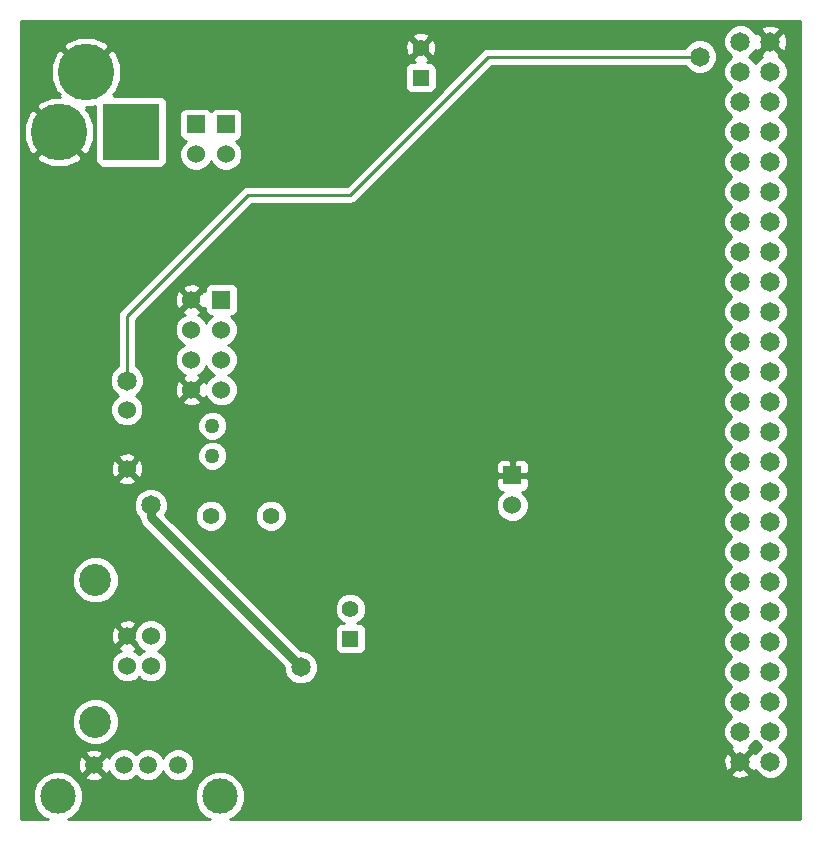
<source format=gbl>
G04 (created by PCBNEW-RS274X (2011-03-30 BZR 2932)-stable) date 30/04/2011 07:18:35 p.m.*
G01*
G70*
G90*
%MOIN*%
G04 Gerber Fmt 3.4, Leading zero omitted, Abs format*
%FSLAX34Y34*%
G04 APERTURE LIST*
%ADD10C,0.006000*%
%ADD11R,0.055000X0.055000*%
%ADD12C,0.055000*%
%ADD13R,0.060000X0.060000*%
%ADD14C,0.060000*%
%ADD15C,0.065000*%
%ADD16C,0.050000*%
%ADD17C,0.056000*%
%ADD18C,0.059100*%
%ADD19C,0.118100*%
%ADD20C,0.106300*%
%ADD21C,0.189000*%
%ADD22R,0.189000X0.189000*%
%ADD23C,0.030000*%
%ADD24C,0.010000*%
G04 APERTURE END LIST*
G54D10*
G54D11*
X22850Y-10950D03*
G54D12*
X22850Y-09950D03*
G54D11*
X20500Y-29650D03*
G54D12*
X20500Y-28650D03*
G54D13*
X16200Y-18350D03*
G54D14*
X15200Y-18350D03*
X16200Y-19350D03*
X15200Y-19350D03*
X16200Y-20350D03*
X15200Y-20350D03*
X16200Y-21350D03*
X15200Y-21350D03*
G54D15*
X33500Y-21750D03*
X34500Y-21750D03*
X33500Y-20750D03*
X34500Y-20750D03*
X33500Y-19750D03*
X34500Y-19750D03*
X34500Y-16750D03*
X33500Y-16750D03*
X34500Y-17750D03*
X33500Y-17750D03*
X34500Y-18750D03*
X33500Y-18750D03*
X33500Y-12750D03*
X34500Y-12750D03*
X33500Y-11750D03*
X34500Y-11750D03*
X34500Y-13750D03*
X33500Y-13750D03*
X34500Y-14750D03*
X33500Y-14750D03*
X34500Y-15750D03*
X33500Y-15750D03*
X33500Y-27750D03*
X34500Y-27750D03*
X33500Y-26750D03*
X34500Y-26750D03*
X33500Y-25750D03*
X34500Y-25750D03*
X34500Y-22750D03*
X33500Y-22750D03*
X34500Y-23750D03*
X33500Y-23750D03*
X34500Y-24750D03*
X33500Y-24750D03*
X33500Y-30750D03*
X34500Y-30750D03*
X33500Y-29750D03*
X34500Y-29750D03*
X33500Y-28750D03*
X34500Y-28750D03*
X34500Y-09750D03*
X33500Y-09750D03*
X34500Y-10750D03*
X33500Y-10750D03*
X34500Y-31750D03*
X33500Y-31750D03*
X34500Y-32750D03*
X33500Y-32750D03*
X34500Y-33750D03*
X33500Y-33750D03*
G54D16*
X15900Y-22550D03*
X15900Y-23550D03*
G54D14*
X13050Y-22016D03*
X13050Y-23984D03*
G54D17*
X17850Y-25550D03*
X15850Y-25550D03*
G54D13*
X16350Y-12500D03*
G54D14*
X16350Y-13500D03*
G54D13*
X15350Y-12500D03*
G54D14*
X15350Y-13500D03*
G54D18*
X11950Y-33850D03*
X12950Y-33850D03*
X13750Y-33850D03*
X14750Y-33850D03*
G54D19*
X10750Y-34900D03*
X16150Y-34900D03*
G54D14*
X13850Y-29550D03*
X13850Y-30550D03*
X13063Y-30550D03*
X13063Y-29550D03*
G54D20*
X12000Y-27688D03*
X12000Y-32412D03*
G54D13*
X25900Y-24200D03*
G54D14*
X25900Y-25200D03*
G54D21*
X10800Y-12750D03*
G54D22*
X13200Y-12750D03*
G54D21*
X11700Y-10750D03*
G54D15*
X18850Y-30600D03*
X13850Y-25200D03*
X13050Y-21050D03*
X32150Y-10250D03*
X19550Y-17150D03*
X22900Y-17150D03*
X26950Y-25050D03*
X17650Y-17200D03*
X22950Y-27100D03*
G54D23*
X13850Y-25600D02*
X13850Y-25200D01*
X13850Y-25600D02*
X18850Y-30600D01*
G54D24*
X17100Y-14850D02*
X20500Y-14850D01*
X13050Y-18900D02*
X17100Y-14850D01*
X13050Y-21050D02*
X13050Y-18900D01*
X20500Y-14850D02*
X25100Y-10250D01*
X25100Y-10250D02*
X32150Y-10250D01*
X26950Y-25050D02*
X26950Y-21200D01*
X26950Y-21200D02*
X22900Y-17150D01*
X19550Y-17150D02*
X22900Y-17150D01*
X24900Y-27100D02*
X22950Y-27100D01*
X26950Y-25050D02*
X24900Y-27100D01*
X17650Y-17200D02*
X17700Y-17150D01*
X17700Y-17150D02*
X19550Y-17150D01*
G54D10*
G36*
X35475Y-35675D02*
X35075Y-35675D01*
X35075Y-33865D01*
X35075Y-33636D01*
X34988Y-33425D01*
X34826Y-33263D01*
X34795Y-33250D01*
X34825Y-33238D01*
X34987Y-33076D01*
X35075Y-32865D01*
X35075Y-32636D01*
X34988Y-32425D01*
X34826Y-32263D01*
X34795Y-32250D01*
X34825Y-32238D01*
X34987Y-32076D01*
X35075Y-31865D01*
X35075Y-31636D01*
X34988Y-31425D01*
X34826Y-31263D01*
X34795Y-31250D01*
X34825Y-31238D01*
X34987Y-31076D01*
X35075Y-30865D01*
X35075Y-30636D01*
X34988Y-30425D01*
X34826Y-30263D01*
X34795Y-30250D01*
X34825Y-30238D01*
X34987Y-30076D01*
X35075Y-29865D01*
X35075Y-29636D01*
X34988Y-29425D01*
X34826Y-29263D01*
X34795Y-29250D01*
X34825Y-29238D01*
X34987Y-29076D01*
X35075Y-28865D01*
X35075Y-28636D01*
X34988Y-28425D01*
X34826Y-28263D01*
X34795Y-28250D01*
X34825Y-28238D01*
X34987Y-28076D01*
X35075Y-27865D01*
X35075Y-27636D01*
X34988Y-27425D01*
X34826Y-27263D01*
X34795Y-27250D01*
X34825Y-27238D01*
X34987Y-27076D01*
X35075Y-26865D01*
X35075Y-26636D01*
X34988Y-26425D01*
X34826Y-26263D01*
X34795Y-26250D01*
X34825Y-26238D01*
X34987Y-26076D01*
X35075Y-25865D01*
X35075Y-25636D01*
X34988Y-25425D01*
X34826Y-25263D01*
X34795Y-25250D01*
X34825Y-25238D01*
X34987Y-25076D01*
X35075Y-24865D01*
X35075Y-24636D01*
X34988Y-24425D01*
X34826Y-24263D01*
X34795Y-24250D01*
X34825Y-24238D01*
X34987Y-24076D01*
X35075Y-23865D01*
X35075Y-23636D01*
X34988Y-23425D01*
X34826Y-23263D01*
X34795Y-23250D01*
X34825Y-23238D01*
X34987Y-23076D01*
X35075Y-22865D01*
X35075Y-22636D01*
X34988Y-22425D01*
X34826Y-22263D01*
X34795Y-22250D01*
X34825Y-22238D01*
X34987Y-22076D01*
X35075Y-21865D01*
X35075Y-21636D01*
X34988Y-21425D01*
X34826Y-21263D01*
X34795Y-21250D01*
X34825Y-21238D01*
X34987Y-21076D01*
X35075Y-20865D01*
X35075Y-20636D01*
X34988Y-20425D01*
X34826Y-20263D01*
X34795Y-20250D01*
X34825Y-20238D01*
X34987Y-20076D01*
X35075Y-19865D01*
X35075Y-19636D01*
X34988Y-19425D01*
X34826Y-19263D01*
X34795Y-19250D01*
X34825Y-19238D01*
X34987Y-19076D01*
X35075Y-18865D01*
X35075Y-18636D01*
X34988Y-18425D01*
X34826Y-18263D01*
X34795Y-18250D01*
X34825Y-18238D01*
X34987Y-18076D01*
X35075Y-17865D01*
X35075Y-17636D01*
X34988Y-17425D01*
X34826Y-17263D01*
X34795Y-17250D01*
X34825Y-17238D01*
X34987Y-17076D01*
X35075Y-16865D01*
X35075Y-16636D01*
X34988Y-16425D01*
X34826Y-16263D01*
X34795Y-16250D01*
X34825Y-16238D01*
X34987Y-16076D01*
X35075Y-15865D01*
X35075Y-15636D01*
X34988Y-15425D01*
X34826Y-15263D01*
X34795Y-15250D01*
X34825Y-15238D01*
X34987Y-15076D01*
X35075Y-14865D01*
X35075Y-14636D01*
X34988Y-14425D01*
X34826Y-14263D01*
X34795Y-14250D01*
X34825Y-14238D01*
X34987Y-14076D01*
X35075Y-13865D01*
X35075Y-13636D01*
X34988Y-13425D01*
X34826Y-13263D01*
X34795Y-13250D01*
X34825Y-13238D01*
X34987Y-13076D01*
X35075Y-12865D01*
X35075Y-12636D01*
X34988Y-12425D01*
X34826Y-12263D01*
X34795Y-12250D01*
X34825Y-12238D01*
X34987Y-12076D01*
X35075Y-11865D01*
X35075Y-11636D01*
X34988Y-11425D01*
X34826Y-11263D01*
X34795Y-11250D01*
X34825Y-11238D01*
X34987Y-11076D01*
X35075Y-10865D01*
X35075Y-10636D01*
X35068Y-10619D01*
X35068Y-09834D01*
X35056Y-09611D01*
X34992Y-09454D01*
X34896Y-09425D01*
X34825Y-09496D01*
X34825Y-09354D01*
X34796Y-09258D01*
X34584Y-09182D01*
X34361Y-09194D01*
X34204Y-09258D01*
X34175Y-09354D01*
X34500Y-09679D01*
X34825Y-09354D01*
X34825Y-09496D01*
X34571Y-09750D01*
X34896Y-10075D01*
X34992Y-10046D01*
X35068Y-09834D01*
X35068Y-10619D01*
X34988Y-10425D01*
X34826Y-10263D01*
X34785Y-10246D01*
X34796Y-10242D01*
X34825Y-10146D01*
X34500Y-09821D01*
X34175Y-10146D01*
X34204Y-10242D01*
X34214Y-10245D01*
X34175Y-10262D01*
X34013Y-10424D01*
X34000Y-10454D01*
X33988Y-10425D01*
X33826Y-10263D01*
X33795Y-10250D01*
X33825Y-10238D01*
X33987Y-10076D01*
X34003Y-10035D01*
X34008Y-10046D01*
X34104Y-10075D01*
X34429Y-09750D01*
X34104Y-09425D01*
X34008Y-09454D01*
X34004Y-09464D01*
X33988Y-09425D01*
X33826Y-09263D01*
X33615Y-09175D01*
X33386Y-09175D01*
X33175Y-09262D01*
X33013Y-09424D01*
X32925Y-09635D01*
X32925Y-09864D01*
X33012Y-10075D01*
X33174Y-10237D01*
X33204Y-10249D01*
X33175Y-10262D01*
X33013Y-10424D01*
X32925Y-10635D01*
X32925Y-10864D01*
X33012Y-11075D01*
X33174Y-11237D01*
X33204Y-11249D01*
X33175Y-11262D01*
X33013Y-11424D01*
X32925Y-11635D01*
X32925Y-11864D01*
X33012Y-12075D01*
X33174Y-12237D01*
X33204Y-12249D01*
X33175Y-12262D01*
X33013Y-12424D01*
X32925Y-12635D01*
X32925Y-12864D01*
X33012Y-13075D01*
X33174Y-13237D01*
X33204Y-13249D01*
X33175Y-13262D01*
X33013Y-13424D01*
X32925Y-13635D01*
X32925Y-13864D01*
X33012Y-14075D01*
X33174Y-14237D01*
X33204Y-14249D01*
X33175Y-14262D01*
X33013Y-14424D01*
X32925Y-14635D01*
X32925Y-14864D01*
X33012Y-15075D01*
X33174Y-15237D01*
X33204Y-15249D01*
X33175Y-15262D01*
X33013Y-15424D01*
X32925Y-15635D01*
X32925Y-15864D01*
X33012Y-16075D01*
X33174Y-16237D01*
X33204Y-16249D01*
X33175Y-16262D01*
X33013Y-16424D01*
X32925Y-16635D01*
X32925Y-16864D01*
X33012Y-17075D01*
X33174Y-17237D01*
X33204Y-17249D01*
X33175Y-17262D01*
X33013Y-17424D01*
X32925Y-17635D01*
X32925Y-17864D01*
X33012Y-18075D01*
X33174Y-18237D01*
X33204Y-18249D01*
X33175Y-18262D01*
X33013Y-18424D01*
X32925Y-18635D01*
X32925Y-18864D01*
X33012Y-19075D01*
X33174Y-19237D01*
X33204Y-19249D01*
X33175Y-19262D01*
X33013Y-19424D01*
X32925Y-19635D01*
X32925Y-19864D01*
X33012Y-20075D01*
X33174Y-20237D01*
X33204Y-20249D01*
X33175Y-20262D01*
X33013Y-20424D01*
X32925Y-20635D01*
X32925Y-20864D01*
X33012Y-21075D01*
X33174Y-21237D01*
X33204Y-21249D01*
X33175Y-21262D01*
X33013Y-21424D01*
X32925Y-21635D01*
X32925Y-21864D01*
X33012Y-22075D01*
X33174Y-22237D01*
X33204Y-22249D01*
X33175Y-22262D01*
X33013Y-22424D01*
X32925Y-22635D01*
X32925Y-22864D01*
X33012Y-23075D01*
X33174Y-23237D01*
X33204Y-23249D01*
X33175Y-23262D01*
X33013Y-23424D01*
X32925Y-23635D01*
X32925Y-23864D01*
X33012Y-24075D01*
X33174Y-24237D01*
X33204Y-24249D01*
X33175Y-24262D01*
X33013Y-24424D01*
X32925Y-24635D01*
X32925Y-24864D01*
X33012Y-25075D01*
X33174Y-25237D01*
X33204Y-25249D01*
X33175Y-25262D01*
X33013Y-25424D01*
X32925Y-25635D01*
X32925Y-25864D01*
X33012Y-26075D01*
X33174Y-26237D01*
X33204Y-26249D01*
X33175Y-26262D01*
X33013Y-26424D01*
X32925Y-26635D01*
X32925Y-26864D01*
X33012Y-27075D01*
X33174Y-27237D01*
X33204Y-27249D01*
X33175Y-27262D01*
X33013Y-27424D01*
X32925Y-27635D01*
X32925Y-27864D01*
X33012Y-28075D01*
X33174Y-28237D01*
X33204Y-28249D01*
X33175Y-28262D01*
X33013Y-28424D01*
X32925Y-28635D01*
X32925Y-28864D01*
X33012Y-29075D01*
X33174Y-29237D01*
X33204Y-29249D01*
X33175Y-29262D01*
X33013Y-29424D01*
X32925Y-29635D01*
X32925Y-29864D01*
X33012Y-30075D01*
X33174Y-30237D01*
X33204Y-30249D01*
X33175Y-30262D01*
X33013Y-30424D01*
X32925Y-30635D01*
X32925Y-30864D01*
X33012Y-31075D01*
X33174Y-31237D01*
X33204Y-31249D01*
X33175Y-31262D01*
X33013Y-31424D01*
X32925Y-31635D01*
X32925Y-31864D01*
X33012Y-32075D01*
X33174Y-32237D01*
X33204Y-32249D01*
X33175Y-32262D01*
X33013Y-32424D01*
X32925Y-32635D01*
X32925Y-32864D01*
X33012Y-33075D01*
X33174Y-33237D01*
X33214Y-33253D01*
X33204Y-33258D01*
X33175Y-33354D01*
X33500Y-33679D01*
X33825Y-33354D01*
X33796Y-33258D01*
X33785Y-33254D01*
X33825Y-33238D01*
X33987Y-33076D01*
X33999Y-33045D01*
X34012Y-33075D01*
X34174Y-33237D01*
X34204Y-33249D01*
X34175Y-33262D01*
X34013Y-33424D01*
X33996Y-33464D01*
X33992Y-33454D01*
X33896Y-33425D01*
X33571Y-33750D01*
X33896Y-34075D01*
X33992Y-34046D01*
X33995Y-34035D01*
X34012Y-34075D01*
X34174Y-34237D01*
X34385Y-34325D01*
X34614Y-34325D01*
X34825Y-34238D01*
X34987Y-34076D01*
X35075Y-33865D01*
X35075Y-35675D01*
X33825Y-35675D01*
X33825Y-34146D01*
X33500Y-33821D01*
X33429Y-33892D01*
X33429Y-33750D01*
X33104Y-33425D01*
X33008Y-33454D01*
X32932Y-33666D01*
X32944Y-33889D01*
X33008Y-34046D01*
X33104Y-34075D01*
X33429Y-33750D01*
X33429Y-33892D01*
X33175Y-34146D01*
X33204Y-34242D01*
X33416Y-34318D01*
X33639Y-34306D01*
X33796Y-34242D01*
X33825Y-34146D01*
X33825Y-35675D01*
X32725Y-35675D01*
X32725Y-10365D01*
X32725Y-10136D01*
X32638Y-09925D01*
X32476Y-09763D01*
X32265Y-09675D01*
X32036Y-09675D01*
X31825Y-09762D01*
X31663Y-09924D01*
X31652Y-09950D01*
X25100Y-09950D01*
X24985Y-09973D01*
X24888Y-10038D01*
X23374Y-11552D01*
X23374Y-11275D01*
X23374Y-11176D01*
X23374Y-10626D01*
X23369Y-10613D01*
X23369Y-10024D01*
X23358Y-09820D01*
X23302Y-09683D01*
X23211Y-09660D01*
X23140Y-09731D01*
X23140Y-09589D01*
X23117Y-09498D01*
X22924Y-09431D01*
X22720Y-09442D01*
X22583Y-09498D01*
X22560Y-09589D01*
X22850Y-09879D01*
X23140Y-09589D01*
X23140Y-09731D01*
X22921Y-09950D01*
X23211Y-10240D01*
X23302Y-10217D01*
X23369Y-10024D01*
X23369Y-10613D01*
X23336Y-10534D01*
X23266Y-10464D01*
X23175Y-10426D01*
X23076Y-10426D01*
X23058Y-10426D01*
X23117Y-10402D01*
X23140Y-10311D01*
X22850Y-10021D01*
X22779Y-10092D01*
X22779Y-09950D01*
X22489Y-09660D01*
X22398Y-09683D01*
X22331Y-09876D01*
X22342Y-10080D01*
X22398Y-10217D01*
X22489Y-10240D01*
X22779Y-09950D01*
X22779Y-10092D01*
X22560Y-10311D01*
X22583Y-10402D01*
X22652Y-10426D01*
X22526Y-10426D01*
X22434Y-10464D01*
X22364Y-10534D01*
X22326Y-10625D01*
X22326Y-10724D01*
X22326Y-11274D01*
X22364Y-11366D01*
X22434Y-11436D01*
X22525Y-11474D01*
X22624Y-11474D01*
X23174Y-11474D01*
X23266Y-11436D01*
X23336Y-11366D01*
X23374Y-11275D01*
X23374Y-11552D01*
X20376Y-14550D01*
X17100Y-14550D01*
X16985Y-14573D01*
X16899Y-14630D01*
X16899Y-13609D01*
X16899Y-13391D01*
X16815Y-13189D01*
X16675Y-13049D01*
X16699Y-13049D01*
X16791Y-13011D01*
X16861Y-12941D01*
X16899Y-12850D01*
X16899Y-12751D01*
X16899Y-12151D01*
X16861Y-12059D01*
X16791Y-11989D01*
X16700Y-11951D01*
X16601Y-11951D01*
X16001Y-11951D01*
X15909Y-11989D01*
X15850Y-12048D01*
X15791Y-11989D01*
X15700Y-11951D01*
X15601Y-11951D01*
X15001Y-11951D01*
X14909Y-11989D01*
X14839Y-12059D01*
X14801Y-12150D01*
X14801Y-12249D01*
X14801Y-12849D01*
X14839Y-12941D01*
X14909Y-13011D01*
X15000Y-13049D01*
X15025Y-13049D01*
X14885Y-13189D01*
X14801Y-13391D01*
X14801Y-13609D01*
X14885Y-13811D01*
X15039Y-13965D01*
X15241Y-14049D01*
X15459Y-14049D01*
X15661Y-13965D01*
X15815Y-13811D01*
X15850Y-13726D01*
X15885Y-13811D01*
X16039Y-13965D01*
X16241Y-14049D01*
X16459Y-14049D01*
X16661Y-13965D01*
X16815Y-13811D01*
X16899Y-13609D01*
X16899Y-14630D01*
X16887Y-14638D01*
X14394Y-17131D01*
X14394Y-13745D01*
X14394Y-13646D01*
X14394Y-11756D01*
X14356Y-11664D01*
X14286Y-11594D01*
X14195Y-11556D01*
X14096Y-11556D01*
X12872Y-11556D01*
X12615Y-11556D01*
X12631Y-11540D01*
X12577Y-11486D01*
X12694Y-11410D01*
X12872Y-10980D01*
X12871Y-10514D01*
X12694Y-10090D01*
X12535Y-09986D01*
X12464Y-10057D01*
X12464Y-09915D01*
X12360Y-09756D01*
X11930Y-09578D01*
X11464Y-09579D01*
X11040Y-09756D01*
X10936Y-09915D01*
X11700Y-10679D01*
X12464Y-09915D01*
X12464Y-10057D01*
X11806Y-10715D01*
X11771Y-10750D01*
X11700Y-10821D01*
X11629Y-10750D01*
X11594Y-10715D01*
X10865Y-09986D01*
X10706Y-10090D01*
X10528Y-10520D01*
X10529Y-10986D01*
X10706Y-11410D01*
X10822Y-11486D01*
X10769Y-11540D01*
X10807Y-11578D01*
X10564Y-11579D01*
X10140Y-11756D01*
X10036Y-11915D01*
X10765Y-12644D01*
X10800Y-12679D01*
X10871Y-12750D01*
X10906Y-12785D01*
X11635Y-13514D01*
X11794Y-13410D01*
X11972Y-12980D01*
X11971Y-12514D01*
X11794Y-12090D01*
X11677Y-12013D01*
X11731Y-11960D01*
X11692Y-11921D01*
X11936Y-11921D01*
X12006Y-11891D01*
X12006Y-13744D01*
X12044Y-13836D01*
X12114Y-13906D01*
X12205Y-13944D01*
X12304Y-13944D01*
X14194Y-13944D01*
X14286Y-13906D01*
X14356Y-13836D01*
X14394Y-13745D01*
X14394Y-17131D01*
X12838Y-18688D01*
X12773Y-18785D01*
X12750Y-18900D01*
X12750Y-20551D01*
X12725Y-20562D01*
X12563Y-20724D01*
X12475Y-20935D01*
X12475Y-21164D01*
X12562Y-21375D01*
X12724Y-21537D01*
X12748Y-21547D01*
X12739Y-21551D01*
X12585Y-21705D01*
X12501Y-21907D01*
X12501Y-22125D01*
X12585Y-22327D01*
X12739Y-22481D01*
X12941Y-22565D01*
X13159Y-22565D01*
X13361Y-22481D01*
X13515Y-22327D01*
X13599Y-22125D01*
X13599Y-21907D01*
X13515Y-21705D01*
X13361Y-21551D01*
X13352Y-21547D01*
X13375Y-21538D01*
X13537Y-21376D01*
X13625Y-21165D01*
X13625Y-20936D01*
X13538Y-20725D01*
X13376Y-20563D01*
X13350Y-20552D01*
X13350Y-19024D01*
X17224Y-15150D01*
X20500Y-15150D01*
X20615Y-15127D01*
X20712Y-15062D01*
X25224Y-10550D01*
X31651Y-10550D01*
X31662Y-10575D01*
X31824Y-10737D01*
X32035Y-10825D01*
X32264Y-10825D01*
X32475Y-10738D01*
X32637Y-10576D01*
X32725Y-10365D01*
X32725Y-35675D01*
X26450Y-35675D01*
X26450Y-24312D01*
X26450Y-24088D01*
X26449Y-23851D01*
X26411Y-23759D01*
X26341Y-23689D01*
X26250Y-23651D01*
X26151Y-23651D01*
X26012Y-23650D01*
X25950Y-23712D01*
X25950Y-24150D01*
X26388Y-24150D01*
X26450Y-24088D01*
X26450Y-24312D01*
X26388Y-24250D01*
X26000Y-24250D01*
X25950Y-24250D01*
X25850Y-24250D01*
X25850Y-24150D01*
X25850Y-23712D01*
X25788Y-23650D01*
X25649Y-23651D01*
X25550Y-23651D01*
X25459Y-23689D01*
X25389Y-23759D01*
X25351Y-23851D01*
X25350Y-24088D01*
X25412Y-24150D01*
X25850Y-24150D01*
X25850Y-24250D01*
X25800Y-24250D01*
X25412Y-24250D01*
X25350Y-24312D01*
X25351Y-24549D01*
X25389Y-24641D01*
X25459Y-24711D01*
X25550Y-24749D01*
X25575Y-24749D01*
X25435Y-24889D01*
X25351Y-25091D01*
X25351Y-25309D01*
X25435Y-25511D01*
X25589Y-25665D01*
X25791Y-25749D01*
X26009Y-25749D01*
X26211Y-25665D01*
X26365Y-25511D01*
X26449Y-25309D01*
X26449Y-25091D01*
X26365Y-24889D01*
X26225Y-24749D01*
X26250Y-24749D01*
X26341Y-24711D01*
X26411Y-24641D01*
X26449Y-24549D01*
X26450Y-24312D01*
X26450Y-35675D01*
X21025Y-35675D01*
X21025Y-28755D01*
X21025Y-28546D01*
X20945Y-28353D01*
X20798Y-28205D01*
X20605Y-28125D01*
X20396Y-28125D01*
X20203Y-28205D01*
X20055Y-28352D01*
X19975Y-28545D01*
X19975Y-28754D01*
X20055Y-28947D01*
X20202Y-29095D01*
X20276Y-29126D01*
X20176Y-29126D01*
X20084Y-29164D01*
X20014Y-29234D01*
X19976Y-29325D01*
X19976Y-29424D01*
X19976Y-29974D01*
X20014Y-30066D01*
X20084Y-30136D01*
X20175Y-30174D01*
X20274Y-30174D01*
X20824Y-30174D01*
X20916Y-30136D01*
X20986Y-30066D01*
X21024Y-29975D01*
X21024Y-29876D01*
X21024Y-29326D01*
X20986Y-29234D01*
X20916Y-29164D01*
X20825Y-29126D01*
X20726Y-29126D01*
X20722Y-29126D01*
X20797Y-29095D01*
X20945Y-28948D01*
X21025Y-28755D01*
X21025Y-35675D01*
X19425Y-35675D01*
X19425Y-30715D01*
X19425Y-30486D01*
X19338Y-30275D01*
X19176Y-30113D01*
X18965Y-30025D01*
X18841Y-30025D01*
X18380Y-29564D01*
X18380Y-25656D01*
X18380Y-25445D01*
X18299Y-25250D01*
X18151Y-25101D01*
X17956Y-25020D01*
X17745Y-25020D01*
X17550Y-25101D01*
X17401Y-25249D01*
X17320Y-25444D01*
X17320Y-25655D01*
X17401Y-25850D01*
X17549Y-25999D01*
X17744Y-26080D01*
X17955Y-26080D01*
X18150Y-25999D01*
X18299Y-25851D01*
X18380Y-25656D01*
X18380Y-29564D01*
X16749Y-27933D01*
X16749Y-21459D01*
X16749Y-21241D01*
X16665Y-21039D01*
X16511Y-20885D01*
X16426Y-20850D01*
X16511Y-20815D01*
X16665Y-20661D01*
X16749Y-20459D01*
X16749Y-20241D01*
X16665Y-20039D01*
X16511Y-19885D01*
X16426Y-19850D01*
X16511Y-19815D01*
X16665Y-19661D01*
X16749Y-19459D01*
X16749Y-19241D01*
X16665Y-19039D01*
X16525Y-18899D01*
X16549Y-18899D01*
X16641Y-18861D01*
X16711Y-18791D01*
X16749Y-18700D01*
X16749Y-18601D01*
X16749Y-18001D01*
X16711Y-17909D01*
X16641Y-17839D01*
X16550Y-17801D01*
X16451Y-17801D01*
X15851Y-17801D01*
X15759Y-17839D01*
X15689Y-17909D01*
X15651Y-18000D01*
X15651Y-18062D01*
X15578Y-18042D01*
X15508Y-18112D01*
X15508Y-17972D01*
X15481Y-17878D01*
X15279Y-17807D01*
X15066Y-17818D01*
X14919Y-17878D01*
X14892Y-17972D01*
X15200Y-18279D01*
X15508Y-17972D01*
X15508Y-18112D01*
X15271Y-18350D01*
X15578Y-18658D01*
X15651Y-18637D01*
X15651Y-18699D01*
X15689Y-18791D01*
X15759Y-18861D01*
X15850Y-18899D01*
X15875Y-18899D01*
X15735Y-19039D01*
X15700Y-19123D01*
X15665Y-19039D01*
X15511Y-18885D01*
X15419Y-18847D01*
X15481Y-18822D01*
X15508Y-18728D01*
X15200Y-18421D01*
X15129Y-18491D01*
X15129Y-18350D01*
X14822Y-18042D01*
X14728Y-18069D01*
X14657Y-18271D01*
X14668Y-18484D01*
X14728Y-18631D01*
X14822Y-18658D01*
X15129Y-18350D01*
X15129Y-18491D01*
X14892Y-18728D01*
X14919Y-18822D01*
X14984Y-18845D01*
X14889Y-18885D01*
X14735Y-19039D01*
X14651Y-19241D01*
X14651Y-19459D01*
X14735Y-19661D01*
X14889Y-19815D01*
X14973Y-19850D01*
X14889Y-19885D01*
X14735Y-20039D01*
X14651Y-20241D01*
X14651Y-20459D01*
X14735Y-20661D01*
X14889Y-20815D01*
X14980Y-20852D01*
X14919Y-20878D01*
X14892Y-20972D01*
X15200Y-21279D01*
X15508Y-20972D01*
X15481Y-20878D01*
X15415Y-20854D01*
X15511Y-20815D01*
X15665Y-20661D01*
X15700Y-20576D01*
X15735Y-20661D01*
X15889Y-20815D01*
X15973Y-20850D01*
X15889Y-20885D01*
X15735Y-21039D01*
X15697Y-21130D01*
X15672Y-21069D01*
X15578Y-21042D01*
X15271Y-21350D01*
X15578Y-21658D01*
X15672Y-21631D01*
X15695Y-21565D01*
X15735Y-21661D01*
X15889Y-21815D01*
X16091Y-21899D01*
X16309Y-21899D01*
X16511Y-21815D01*
X16665Y-21661D01*
X16749Y-21459D01*
X16749Y-27933D01*
X16399Y-27583D01*
X16399Y-23649D01*
X16399Y-23451D01*
X16399Y-22649D01*
X16399Y-22451D01*
X16323Y-22268D01*
X16183Y-22127D01*
X15999Y-22051D01*
X15801Y-22051D01*
X15618Y-22127D01*
X15508Y-22236D01*
X15508Y-21728D01*
X15200Y-21421D01*
X15129Y-21491D01*
X15129Y-21350D01*
X14822Y-21042D01*
X14728Y-21069D01*
X14657Y-21271D01*
X14668Y-21484D01*
X14728Y-21631D01*
X14822Y-21658D01*
X15129Y-21350D01*
X15129Y-21491D01*
X14892Y-21728D01*
X14919Y-21822D01*
X15121Y-21893D01*
X15334Y-21882D01*
X15481Y-21822D01*
X15508Y-21728D01*
X15508Y-22236D01*
X15477Y-22267D01*
X15401Y-22451D01*
X15401Y-22649D01*
X15477Y-22832D01*
X15617Y-22973D01*
X15801Y-23049D01*
X15999Y-23049D01*
X16182Y-22973D01*
X16323Y-22833D01*
X16399Y-22649D01*
X16399Y-23451D01*
X16323Y-23268D01*
X16183Y-23127D01*
X15999Y-23051D01*
X15801Y-23051D01*
X15618Y-23127D01*
X15477Y-23267D01*
X15401Y-23451D01*
X15401Y-23649D01*
X15477Y-23832D01*
X15617Y-23973D01*
X15801Y-24049D01*
X15999Y-24049D01*
X16182Y-23973D01*
X16323Y-23833D01*
X16399Y-23649D01*
X16399Y-27583D01*
X16380Y-27564D01*
X16380Y-25656D01*
X16380Y-25445D01*
X16299Y-25250D01*
X16151Y-25101D01*
X15956Y-25020D01*
X15745Y-25020D01*
X15550Y-25101D01*
X15401Y-25249D01*
X15320Y-25444D01*
X15320Y-25655D01*
X15401Y-25850D01*
X15549Y-25999D01*
X15744Y-26080D01*
X15955Y-26080D01*
X16150Y-25999D01*
X16299Y-25851D01*
X16380Y-25656D01*
X16380Y-27564D01*
X14338Y-25522D01*
X14425Y-25315D01*
X14425Y-25086D01*
X14338Y-24875D01*
X14176Y-24713D01*
X13965Y-24625D01*
X13736Y-24625D01*
X13593Y-24683D01*
X13593Y-24063D01*
X13582Y-23850D01*
X13522Y-23703D01*
X13428Y-23676D01*
X13358Y-23746D01*
X13358Y-23606D01*
X13331Y-23512D01*
X13129Y-23441D01*
X12916Y-23452D01*
X12769Y-23512D01*
X12742Y-23606D01*
X13050Y-23913D01*
X13358Y-23606D01*
X13358Y-23746D01*
X13121Y-23984D01*
X13428Y-24292D01*
X13522Y-24265D01*
X13593Y-24063D01*
X13593Y-24683D01*
X13525Y-24712D01*
X13363Y-24874D01*
X13358Y-24885D01*
X13358Y-24362D01*
X13050Y-24055D01*
X12979Y-24125D01*
X12979Y-23984D01*
X12672Y-23676D01*
X12578Y-23703D01*
X12507Y-23905D01*
X12518Y-24118D01*
X12578Y-24265D01*
X12672Y-24292D01*
X12979Y-23984D01*
X12979Y-24125D01*
X12742Y-24362D01*
X12769Y-24456D01*
X12971Y-24527D01*
X13184Y-24516D01*
X13331Y-24456D01*
X13358Y-24362D01*
X13358Y-24885D01*
X13275Y-25085D01*
X13275Y-25314D01*
X13362Y-25525D01*
X13453Y-25616D01*
X13480Y-25753D01*
X13567Y-25883D01*
X18275Y-30591D01*
X18275Y-30714D01*
X18362Y-30925D01*
X18524Y-31087D01*
X18735Y-31175D01*
X18964Y-31175D01*
X19175Y-31088D01*
X19337Y-30926D01*
X19425Y-30715D01*
X19425Y-35675D01*
X16474Y-35675D01*
X16625Y-35613D01*
X16861Y-35377D01*
X16990Y-35068D01*
X16990Y-34734D01*
X16863Y-34425D01*
X16627Y-34189D01*
X16318Y-34060D01*
X15984Y-34060D01*
X15675Y-34187D01*
X15439Y-34423D01*
X15310Y-34732D01*
X15310Y-35066D01*
X15437Y-35375D01*
X15673Y-35611D01*
X15826Y-35675D01*
X15294Y-35675D01*
X15294Y-33958D01*
X15294Y-33742D01*
X15211Y-33542D01*
X15058Y-33389D01*
X14858Y-33306D01*
X14642Y-33306D01*
X14442Y-33389D01*
X14399Y-33432D01*
X14399Y-30659D01*
X14399Y-30441D01*
X14315Y-30239D01*
X14161Y-30085D01*
X14076Y-30050D01*
X14161Y-30015D01*
X14315Y-29861D01*
X14399Y-29659D01*
X14399Y-29441D01*
X14315Y-29239D01*
X14161Y-29085D01*
X13959Y-29001D01*
X13741Y-29001D01*
X13539Y-29085D01*
X13385Y-29239D01*
X13371Y-29271D01*
X13371Y-29172D01*
X13344Y-29078D01*
X13142Y-29007D01*
X12929Y-29018D01*
X12782Y-29078D01*
X12781Y-29081D01*
X12781Y-27844D01*
X12781Y-27533D01*
X12662Y-27246D01*
X12443Y-27026D01*
X12156Y-26907D01*
X11972Y-26907D01*
X11845Y-26907D01*
X11564Y-27023D01*
X11564Y-13585D01*
X10800Y-12821D01*
X10729Y-12892D01*
X10729Y-12750D01*
X09965Y-11986D01*
X09806Y-12090D01*
X09628Y-12520D01*
X09629Y-12986D01*
X09806Y-13410D01*
X09965Y-13514D01*
X10729Y-12750D01*
X10729Y-12892D01*
X10036Y-13585D01*
X10140Y-13744D01*
X10570Y-13922D01*
X11036Y-13921D01*
X11460Y-13744D01*
X11564Y-13585D01*
X11564Y-27023D01*
X11558Y-27026D01*
X11338Y-27245D01*
X11219Y-27532D01*
X11219Y-27843D01*
X11338Y-28130D01*
X11557Y-28350D01*
X11844Y-28469D01*
X12155Y-28469D01*
X12442Y-28350D01*
X12662Y-28131D01*
X12781Y-27844D01*
X12781Y-29081D01*
X12755Y-29172D01*
X13063Y-29479D01*
X13371Y-29172D01*
X13371Y-29271D01*
X13342Y-29340D01*
X13134Y-29550D01*
X13342Y-29759D01*
X13385Y-29861D01*
X13539Y-30015D01*
X13623Y-30050D01*
X13539Y-30085D01*
X13456Y-30167D01*
X13374Y-30085D01*
X13282Y-30047D01*
X13344Y-30022D01*
X13371Y-29928D01*
X13063Y-29621D01*
X12992Y-29691D01*
X12992Y-29550D01*
X12685Y-29242D01*
X12591Y-29269D01*
X12520Y-29471D01*
X12531Y-29684D01*
X12591Y-29831D01*
X12685Y-29858D01*
X12992Y-29550D01*
X12992Y-29691D01*
X12755Y-29928D01*
X12782Y-30022D01*
X12847Y-30045D01*
X12752Y-30085D01*
X12598Y-30239D01*
X12514Y-30441D01*
X12514Y-30659D01*
X12598Y-30861D01*
X12752Y-31015D01*
X12954Y-31099D01*
X13172Y-31099D01*
X13374Y-31015D01*
X13456Y-30932D01*
X13539Y-31015D01*
X13741Y-31099D01*
X13959Y-31099D01*
X14161Y-31015D01*
X14315Y-30861D01*
X14399Y-30659D01*
X14399Y-33432D01*
X14289Y-33542D01*
X14250Y-33635D01*
X14211Y-33542D01*
X14058Y-33389D01*
X13858Y-33306D01*
X13642Y-33306D01*
X13442Y-33389D01*
X13350Y-33481D01*
X13258Y-33389D01*
X13058Y-33306D01*
X12842Y-33306D01*
X12781Y-33331D01*
X12781Y-32568D01*
X12781Y-32257D01*
X12662Y-31970D01*
X12443Y-31750D01*
X12156Y-31631D01*
X11845Y-31631D01*
X11558Y-31750D01*
X11338Y-31969D01*
X11219Y-32256D01*
X11219Y-32567D01*
X11338Y-32854D01*
X11557Y-33074D01*
X11844Y-33193D01*
X12155Y-33193D01*
X12442Y-33074D01*
X12662Y-32855D01*
X12781Y-32568D01*
X12781Y-33331D01*
X12642Y-33389D01*
X12489Y-33542D01*
X12447Y-33642D01*
X12418Y-33571D01*
X12325Y-33546D01*
X12254Y-33617D01*
X12254Y-33475D01*
X12229Y-33382D01*
X12028Y-33310D01*
X11816Y-33322D01*
X11671Y-33382D01*
X11646Y-33475D01*
X11950Y-33779D01*
X12254Y-33475D01*
X12254Y-33617D01*
X12021Y-33850D01*
X12325Y-34154D01*
X12418Y-34129D01*
X12445Y-34052D01*
X12489Y-34158D01*
X12642Y-34311D01*
X12842Y-34394D01*
X13058Y-34394D01*
X13258Y-34311D01*
X13350Y-34219D01*
X13442Y-34311D01*
X13642Y-34394D01*
X13858Y-34394D01*
X14058Y-34311D01*
X14211Y-34158D01*
X14250Y-34064D01*
X14289Y-34158D01*
X14442Y-34311D01*
X14642Y-34394D01*
X14858Y-34394D01*
X15058Y-34311D01*
X15211Y-34158D01*
X15294Y-33958D01*
X15294Y-35675D01*
X12254Y-35675D01*
X12254Y-34225D01*
X11950Y-33921D01*
X11879Y-33992D01*
X11879Y-33850D01*
X11575Y-33546D01*
X11482Y-33571D01*
X11410Y-33772D01*
X11422Y-33984D01*
X11482Y-34129D01*
X11575Y-34154D01*
X11879Y-33850D01*
X11879Y-33992D01*
X11646Y-34225D01*
X11671Y-34318D01*
X11872Y-34390D01*
X12084Y-34378D01*
X12229Y-34318D01*
X12254Y-34225D01*
X12254Y-35675D01*
X11074Y-35675D01*
X11225Y-35613D01*
X11461Y-35377D01*
X11590Y-35068D01*
X11590Y-34734D01*
X11463Y-34425D01*
X11227Y-34189D01*
X10918Y-34060D01*
X10584Y-34060D01*
X10275Y-34187D01*
X10039Y-34423D01*
X09910Y-34732D01*
X09910Y-35066D01*
X10037Y-35375D01*
X10273Y-35611D01*
X10426Y-35675D01*
X09525Y-35675D01*
X09525Y-09350D01*
X09525Y-09300D01*
X09525Y-09075D01*
X35475Y-09075D01*
X35475Y-35675D01*
X35475Y-35675D01*
G37*
G54D24*
X35475Y-35675D02*
X35075Y-35675D01*
X35075Y-33865D01*
X35075Y-33636D01*
X34988Y-33425D01*
X34826Y-33263D01*
X34795Y-33250D01*
X34825Y-33238D01*
X34987Y-33076D01*
X35075Y-32865D01*
X35075Y-32636D01*
X34988Y-32425D01*
X34826Y-32263D01*
X34795Y-32250D01*
X34825Y-32238D01*
X34987Y-32076D01*
X35075Y-31865D01*
X35075Y-31636D01*
X34988Y-31425D01*
X34826Y-31263D01*
X34795Y-31250D01*
X34825Y-31238D01*
X34987Y-31076D01*
X35075Y-30865D01*
X35075Y-30636D01*
X34988Y-30425D01*
X34826Y-30263D01*
X34795Y-30250D01*
X34825Y-30238D01*
X34987Y-30076D01*
X35075Y-29865D01*
X35075Y-29636D01*
X34988Y-29425D01*
X34826Y-29263D01*
X34795Y-29250D01*
X34825Y-29238D01*
X34987Y-29076D01*
X35075Y-28865D01*
X35075Y-28636D01*
X34988Y-28425D01*
X34826Y-28263D01*
X34795Y-28250D01*
X34825Y-28238D01*
X34987Y-28076D01*
X35075Y-27865D01*
X35075Y-27636D01*
X34988Y-27425D01*
X34826Y-27263D01*
X34795Y-27250D01*
X34825Y-27238D01*
X34987Y-27076D01*
X35075Y-26865D01*
X35075Y-26636D01*
X34988Y-26425D01*
X34826Y-26263D01*
X34795Y-26250D01*
X34825Y-26238D01*
X34987Y-26076D01*
X35075Y-25865D01*
X35075Y-25636D01*
X34988Y-25425D01*
X34826Y-25263D01*
X34795Y-25250D01*
X34825Y-25238D01*
X34987Y-25076D01*
X35075Y-24865D01*
X35075Y-24636D01*
X34988Y-24425D01*
X34826Y-24263D01*
X34795Y-24250D01*
X34825Y-24238D01*
X34987Y-24076D01*
X35075Y-23865D01*
X35075Y-23636D01*
X34988Y-23425D01*
X34826Y-23263D01*
X34795Y-23250D01*
X34825Y-23238D01*
X34987Y-23076D01*
X35075Y-22865D01*
X35075Y-22636D01*
X34988Y-22425D01*
X34826Y-22263D01*
X34795Y-22250D01*
X34825Y-22238D01*
X34987Y-22076D01*
X35075Y-21865D01*
X35075Y-21636D01*
X34988Y-21425D01*
X34826Y-21263D01*
X34795Y-21250D01*
X34825Y-21238D01*
X34987Y-21076D01*
X35075Y-20865D01*
X35075Y-20636D01*
X34988Y-20425D01*
X34826Y-20263D01*
X34795Y-20250D01*
X34825Y-20238D01*
X34987Y-20076D01*
X35075Y-19865D01*
X35075Y-19636D01*
X34988Y-19425D01*
X34826Y-19263D01*
X34795Y-19250D01*
X34825Y-19238D01*
X34987Y-19076D01*
X35075Y-18865D01*
X35075Y-18636D01*
X34988Y-18425D01*
X34826Y-18263D01*
X34795Y-18250D01*
X34825Y-18238D01*
X34987Y-18076D01*
X35075Y-17865D01*
X35075Y-17636D01*
X34988Y-17425D01*
X34826Y-17263D01*
X34795Y-17250D01*
X34825Y-17238D01*
X34987Y-17076D01*
X35075Y-16865D01*
X35075Y-16636D01*
X34988Y-16425D01*
X34826Y-16263D01*
X34795Y-16250D01*
X34825Y-16238D01*
X34987Y-16076D01*
X35075Y-15865D01*
X35075Y-15636D01*
X34988Y-15425D01*
X34826Y-15263D01*
X34795Y-15250D01*
X34825Y-15238D01*
X34987Y-15076D01*
X35075Y-14865D01*
X35075Y-14636D01*
X34988Y-14425D01*
X34826Y-14263D01*
X34795Y-14250D01*
X34825Y-14238D01*
X34987Y-14076D01*
X35075Y-13865D01*
X35075Y-13636D01*
X34988Y-13425D01*
X34826Y-13263D01*
X34795Y-13250D01*
X34825Y-13238D01*
X34987Y-13076D01*
X35075Y-12865D01*
X35075Y-12636D01*
X34988Y-12425D01*
X34826Y-12263D01*
X34795Y-12250D01*
X34825Y-12238D01*
X34987Y-12076D01*
X35075Y-11865D01*
X35075Y-11636D01*
X34988Y-11425D01*
X34826Y-11263D01*
X34795Y-11250D01*
X34825Y-11238D01*
X34987Y-11076D01*
X35075Y-10865D01*
X35075Y-10636D01*
X35068Y-10619D01*
X35068Y-09834D01*
X35056Y-09611D01*
X34992Y-09454D01*
X34896Y-09425D01*
X34825Y-09496D01*
X34825Y-09354D01*
X34796Y-09258D01*
X34584Y-09182D01*
X34361Y-09194D01*
X34204Y-09258D01*
X34175Y-09354D01*
X34500Y-09679D01*
X34825Y-09354D01*
X34825Y-09496D01*
X34571Y-09750D01*
X34896Y-10075D01*
X34992Y-10046D01*
X35068Y-09834D01*
X35068Y-10619D01*
X34988Y-10425D01*
X34826Y-10263D01*
X34785Y-10246D01*
X34796Y-10242D01*
X34825Y-10146D01*
X34500Y-09821D01*
X34175Y-10146D01*
X34204Y-10242D01*
X34214Y-10245D01*
X34175Y-10262D01*
X34013Y-10424D01*
X34000Y-10454D01*
X33988Y-10425D01*
X33826Y-10263D01*
X33795Y-10250D01*
X33825Y-10238D01*
X33987Y-10076D01*
X34003Y-10035D01*
X34008Y-10046D01*
X34104Y-10075D01*
X34429Y-09750D01*
X34104Y-09425D01*
X34008Y-09454D01*
X34004Y-09464D01*
X33988Y-09425D01*
X33826Y-09263D01*
X33615Y-09175D01*
X33386Y-09175D01*
X33175Y-09262D01*
X33013Y-09424D01*
X32925Y-09635D01*
X32925Y-09864D01*
X33012Y-10075D01*
X33174Y-10237D01*
X33204Y-10249D01*
X33175Y-10262D01*
X33013Y-10424D01*
X32925Y-10635D01*
X32925Y-10864D01*
X33012Y-11075D01*
X33174Y-11237D01*
X33204Y-11249D01*
X33175Y-11262D01*
X33013Y-11424D01*
X32925Y-11635D01*
X32925Y-11864D01*
X33012Y-12075D01*
X33174Y-12237D01*
X33204Y-12249D01*
X33175Y-12262D01*
X33013Y-12424D01*
X32925Y-12635D01*
X32925Y-12864D01*
X33012Y-13075D01*
X33174Y-13237D01*
X33204Y-13249D01*
X33175Y-13262D01*
X33013Y-13424D01*
X32925Y-13635D01*
X32925Y-13864D01*
X33012Y-14075D01*
X33174Y-14237D01*
X33204Y-14249D01*
X33175Y-14262D01*
X33013Y-14424D01*
X32925Y-14635D01*
X32925Y-14864D01*
X33012Y-15075D01*
X33174Y-15237D01*
X33204Y-15249D01*
X33175Y-15262D01*
X33013Y-15424D01*
X32925Y-15635D01*
X32925Y-15864D01*
X33012Y-16075D01*
X33174Y-16237D01*
X33204Y-16249D01*
X33175Y-16262D01*
X33013Y-16424D01*
X32925Y-16635D01*
X32925Y-16864D01*
X33012Y-17075D01*
X33174Y-17237D01*
X33204Y-17249D01*
X33175Y-17262D01*
X33013Y-17424D01*
X32925Y-17635D01*
X32925Y-17864D01*
X33012Y-18075D01*
X33174Y-18237D01*
X33204Y-18249D01*
X33175Y-18262D01*
X33013Y-18424D01*
X32925Y-18635D01*
X32925Y-18864D01*
X33012Y-19075D01*
X33174Y-19237D01*
X33204Y-19249D01*
X33175Y-19262D01*
X33013Y-19424D01*
X32925Y-19635D01*
X32925Y-19864D01*
X33012Y-20075D01*
X33174Y-20237D01*
X33204Y-20249D01*
X33175Y-20262D01*
X33013Y-20424D01*
X32925Y-20635D01*
X32925Y-20864D01*
X33012Y-21075D01*
X33174Y-21237D01*
X33204Y-21249D01*
X33175Y-21262D01*
X33013Y-21424D01*
X32925Y-21635D01*
X32925Y-21864D01*
X33012Y-22075D01*
X33174Y-22237D01*
X33204Y-22249D01*
X33175Y-22262D01*
X33013Y-22424D01*
X32925Y-22635D01*
X32925Y-22864D01*
X33012Y-23075D01*
X33174Y-23237D01*
X33204Y-23249D01*
X33175Y-23262D01*
X33013Y-23424D01*
X32925Y-23635D01*
X32925Y-23864D01*
X33012Y-24075D01*
X33174Y-24237D01*
X33204Y-24249D01*
X33175Y-24262D01*
X33013Y-24424D01*
X32925Y-24635D01*
X32925Y-24864D01*
X33012Y-25075D01*
X33174Y-25237D01*
X33204Y-25249D01*
X33175Y-25262D01*
X33013Y-25424D01*
X32925Y-25635D01*
X32925Y-25864D01*
X33012Y-26075D01*
X33174Y-26237D01*
X33204Y-26249D01*
X33175Y-26262D01*
X33013Y-26424D01*
X32925Y-26635D01*
X32925Y-26864D01*
X33012Y-27075D01*
X33174Y-27237D01*
X33204Y-27249D01*
X33175Y-27262D01*
X33013Y-27424D01*
X32925Y-27635D01*
X32925Y-27864D01*
X33012Y-28075D01*
X33174Y-28237D01*
X33204Y-28249D01*
X33175Y-28262D01*
X33013Y-28424D01*
X32925Y-28635D01*
X32925Y-28864D01*
X33012Y-29075D01*
X33174Y-29237D01*
X33204Y-29249D01*
X33175Y-29262D01*
X33013Y-29424D01*
X32925Y-29635D01*
X32925Y-29864D01*
X33012Y-30075D01*
X33174Y-30237D01*
X33204Y-30249D01*
X33175Y-30262D01*
X33013Y-30424D01*
X32925Y-30635D01*
X32925Y-30864D01*
X33012Y-31075D01*
X33174Y-31237D01*
X33204Y-31249D01*
X33175Y-31262D01*
X33013Y-31424D01*
X32925Y-31635D01*
X32925Y-31864D01*
X33012Y-32075D01*
X33174Y-32237D01*
X33204Y-32249D01*
X33175Y-32262D01*
X33013Y-32424D01*
X32925Y-32635D01*
X32925Y-32864D01*
X33012Y-33075D01*
X33174Y-33237D01*
X33214Y-33253D01*
X33204Y-33258D01*
X33175Y-33354D01*
X33500Y-33679D01*
X33825Y-33354D01*
X33796Y-33258D01*
X33785Y-33254D01*
X33825Y-33238D01*
X33987Y-33076D01*
X33999Y-33045D01*
X34012Y-33075D01*
X34174Y-33237D01*
X34204Y-33249D01*
X34175Y-33262D01*
X34013Y-33424D01*
X33996Y-33464D01*
X33992Y-33454D01*
X33896Y-33425D01*
X33571Y-33750D01*
X33896Y-34075D01*
X33992Y-34046D01*
X33995Y-34035D01*
X34012Y-34075D01*
X34174Y-34237D01*
X34385Y-34325D01*
X34614Y-34325D01*
X34825Y-34238D01*
X34987Y-34076D01*
X35075Y-33865D01*
X35075Y-35675D01*
X33825Y-35675D01*
X33825Y-34146D01*
X33500Y-33821D01*
X33429Y-33892D01*
X33429Y-33750D01*
X33104Y-33425D01*
X33008Y-33454D01*
X32932Y-33666D01*
X32944Y-33889D01*
X33008Y-34046D01*
X33104Y-34075D01*
X33429Y-33750D01*
X33429Y-33892D01*
X33175Y-34146D01*
X33204Y-34242D01*
X33416Y-34318D01*
X33639Y-34306D01*
X33796Y-34242D01*
X33825Y-34146D01*
X33825Y-35675D01*
X32725Y-35675D01*
X32725Y-10365D01*
X32725Y-10136D01*
X32638Y-09925D01*
X32476Y-09763D01*
X32265Y-09675D01*
X32036Y-09675D01*
X31825Y-09762D01*
X31663Y-09924D01*
X31652Y-09950D01*
X25100Y-09950D01*
X24985Y-09973D01*
X24888Y-10038D01*
X23374Y-11552D01*
X23374Y-11275D01*
X23374Y-11176D01*
X23374Y-10626D01*
X23369Y-10613D01*
X23369Y-10024D01*
X23358Y-09820D01*
X23302Y-09683D01*
X23211Y-09660D01*
X23140Y-09731D01*
X23140Y-09589D01*
X23117Y-09498D01*
X22924Y-09431D01*
X22720Y-09442D01*
X22583Y-09498D01*
X22560Y-09589D01*
X22850Y-09879D01*
X23140Y-09589D01*
X23140Y-09731D01*
X22921Y-09950D01*
X23211Y-10240D01*
X23302Y-10217D01*
X23369Y-10024D01*
X23369Y-10613D01*
X23336Y-10534D01*
X23266Y-10464D01*
X23175Y-10426D01*
X23076Y-10426D01*
X23058Y-10426D01*
X23117Y-10402D01*
X23140Y-10311D01*
X22850Y-10021D01*
X22779Y-10092D01*
X22779Y-09950D01*
X22489Y-09660D01*
X22398Y-09683D01*
X22331Y-09876D01*
X22342Y-10080D01*
X22398Y-10217D01*
X22489Y-10240D01*
X22779Y-09950D01*
X22779Y-10092D01*
X22560Y-10311D01*
X22583Y-10402D01*
X22652Y-10426D01*
X22526Y-10426D01*
X22434Y-10464D01*
X22364Y-10534D01*
X22326Y-10625D01*
X22326Y-10724D01*
X22326Y-11274D01*
X22364Y-11366D01*
X22434Y-11436D01*
X22525Y-11474D01*
X22624Y-11474D01*
X23174Y-11474D01*
X23266Y-11436D01*
X23336Y-11366D01*
X23374Y-11275D01*
X23374Y-11552D01*
X20376Y-14550D01*
X17100Y-14550D01*
X16985Y-14573D01*
X16899Y-14630D01*
X16899Y-13609D01*
X16899Y-13391D01*
X16815Y-13189D01*
X16675Y-13049D01*
X16699Y-13049D01*
X16791Y-13011D01*
X16861Y-12941D01*
X16899Y-12850D01*
X16899Y-12751D01*
X16899Y-12151D01*
X16861Y-12059D01*
X16791Y-11989D01*
X16700Y-11951D01*
X16601Y-11951D01*
X16001Y-11951D01*
X15909Y-11989D01*
X15850Y-12048D01*
X15791Y-11989D01*
X15700Y-11951D01*
X15601Y-11951D01*
X15001Y-11951D01*
X14909Y-11989D01*
X14839Y-12059D01*
X14801Y-12150D01*
X14801Y-12249D01*
X14801Y-12849D01*
X14839Y-12941D01*
X14909Y-13011D01*
X15000Y-13049D01*
X15025Y-13049D01*
X14885Y-13189D01*
X14801Y-13391D01*
X14801Y-13609D01*
X14885Y-13811D01*
X15039Y-13965D01*
X15241Y-14049D01*
X15459Y-14049D01*
X15661Y-13965D01*
X15815Y-13811D01*
X15850Y-13726D01*
X15885Y-13811D01*
X16039Y-13965D01*
X16241Y-14049D01*
X16459Y-14049D01*
X16661Y-13965D01*
X16815Y-13811D01*
X16899Y-13609D01*
X16899Y-14630D01*
X16887Y-14638D01*
X14394Y-17131D01*
X14394Y-13745D01*
X14394Y-13646D01*
X14394Y-11756D01*
X14356Y-11664D01*
X14286Y-11594D01*
X14195Y-11556D01*
X14096Y-11556D01*
X12872Y-11556D01*
X12615Y-11556D01*
X12631Y-11540D01*
X12577Y-11486D01*
X12694Y-11410D01*
X12872Y-10980D01*
X12871Y-10514D01*
X12694Y-10090D01*
X12535Y-09986D01*
X12464Y-10057D01*
X12464Y-09915D01*
X12360Y-09756D01*
X11930Y-09578D01*
X11464Y-09579D01*
X11040Y-09756D01*
X10936Y-09915D01*
X11700Y-10679D01*
X12464Y-09915D01*
X12464Y-10057D01*
X11806Y-10715D01*
X11771Y-10750D01*
X11700Y-10821D01*
X11629Y-10750D01*
X11594Y-10715D01*
X10865Y-09986D01*
X10706Y-10090D01*
X10528Y-10520D01*
X10529Y-10986D01*
X10706Y-11410D01*
X10822Y-11486D01*
X10769Y-11540D01*
X10807Y-11578D01*
X10564Y-11579D01*
X10140Y-11756D01*
X10036Y-11915D01*
X10765Y-12644D01*
X10800Y-12679D01*
X10871Y-12750D01*
X10906Y-12785D01*
X11635Y-13514D01*
X11794Y-13410D01*
X11972Y-12980D01*
X11971Y-12514D01*
X11794Y-12090D01*
X11677Y-12013D01*
X11731Y-11960D01*
X11692Y-11921D01*
X11936Y-11921D01*
X12006Y-11891D01*
X12006Y-13744D01*
X12044Y-13836D01*
X12114Y-13906D01*
X12205Y-13944D01*
X12304Y-13944D01*
X14194Y-13944D01*
X14286Y-13906D01*
X14356Y-13836D01*
X14394Y-13745D01*
X14394Y-17131D01*
X12838Y-18688D01*
X12773Y-18785D01*
X12750Y-18900D01*
X12750Y-20551D01*
X12725Y-20562D01*
X12563Y-20724D01*
X12475Y-20935D01*
X12475Y-21164D01*
X12562Y-21375D01*
X12724Y-21537D01*
X12748Y-21547D01*
X12739Y-21551D01*
X12585Y-21705D01*
X12501Y-21907D01*
X12501Y-22125D01*
X12585Y-22327D01*
X12739Y-22481D01*
X12941Y-22565D01*
X13159Y-22565D01*
X13361Y-22481D01*
X13515Y-22327D01*
X13599Y-22125D01*
X13599Y-21907D01*
X13515Y-21705D01*
X13361Y-21551D01*
X13352Y-21547D01*
X13375Y-21538D01*
X13537Y-21376D01*
X13625Y-21165D01*
X13625Y-20936D01*
X13538Y-20725D01*
X13376Y-20563D01*
X13350Y-20552D01*
X13350Y-19024D01*
X17224Y-15150D01*
X20500Y-15150D01*
X20615Y-15127D01*
X20712Y-15062D01*
X25224Y-10550D01*
X31651Y-10550D01*
X31662Y-10575D01*
X31824Y-10737D01*
X32035Y-10825D01*
X32264Y-10825D01*
X32475Y-10738D01*
X32637Y-10576D01*
X32725Y-10365D01*
X32725Y-35675D01*
X26450Y-35675D01*
X26450Y-24312D01*
X26450Y-24088D01*
X26449Y-23851D01*
X26411Y-23759D01*
X26341Y-23689D01*
X26250Y-23651D01*
X26151Y-23651D01*
X26012Y-23650D01*
X25950Y-23712D01*
X25950Y-24150D01*
X26388Y-24150D01*
X26450Y-24088D01*
X26450Y-24312D01*
X26388Y-24250D01*
X26000Y-24250D01*
X25950Y-24250D01*
X25850Y-24250D01*
X25850Y-24150D01*
X25850Y-23712D01*
X25788Y-23650D01*
X25649Y-23651D01*
X25550Y-23651D01*
X25459Y-23689D01*
X25389Y-23759D01*
X25351Y-23851D01*
X25350Y-24088D01*
X25412Y-24150D01*
X25850Y-24150D01*
X25850Y-24250D01*
X25800Y-24250D01*
X25412Y-24250D01*
X25350Y-24312D01*
X25351Y-24549D01*
X25389Y-24641D01*
X25459Y-24711D01*
X25550Y-24749D01*
X25575Y-24749D01*
X25435Y-24889D01*
X25351Y-25091D01*
X25351Y-25309D01*
X25435Y-25511D01*
X25589Y-25665D01*
X25791Y-25749D01*
X26009Y-25749D01*
X26211Y-25665D01*
X26365Y-25511D01*
X26449Y-25309D01*
X26449Y-25091D01*
X26365Y-24889D01*
X26225Y-24749D01*
X26250Y-24749D01*
X26341Y-24711D01*
X26411Y-24641D01*
X26449Y-24549D01*
X26450Y-24312D01*
X26450Y-35675D01*
X21025Y-35675D01*
X21025Y-28755D01*
X21025Y-28546D01*
X20945Y-28353D01*
X20798Y-28205D01*
X20605Y-28125D01*
X20396Y-28125D01*
X20203Y-28205D01*
X20055Y-28352D01*
X19975Y-28545D01*
X19975Y-28754D01*
X20055Y-28947D01*
X20202Y-29095D01*
X20276Y-29126D01*
X20176Y-29126D01*
X20084Y-29164D01*
X20014Y-29234D01*
X19976Y-29325D01*
X19976Y-29424D01*
X19976Y-29974D01*
X20014Y-30066D01*
X20084Y-30136D01*
X20175Y-30174D01*
X20274Y-30174D01*
X20824Y-30174D01*
X20916Y-30136D01*
X20986Y-30066D01*
X21024Y-29975D01*
X21024Y-29876D01*
X21024Y-29326D01*
X20986Y-29234D01*
X20916Y-29164D01*
X20825Y-29126D01*
X20726Y-29126D01*
X20722Y-29126D01*
X20797Y-29095D01*
X20945Y-28948D01*
X21025Y-28755D01*
X21025Y-35675D01*
X19425Y-35675D01*
X19425Y-30715D01*
X19425Y-30486D01*
X19338Y-30275D01*
X19176Y-30113D01*
X18965Y-30025D01*
X18841Y-30025D01*
X18380Y-29564D01*
X18380Y-25656D01*
X18380Y-25445D01*
X18299Y-25250D01*
X18151Y-25101D01*
X17956Y-25020D01*
X17745Y-25020D01*
X17550Y-25101D01*
X17401Y-25249D01*
X17320Y-25444D01*
X17320Y-25655D01*
X17401Y-25850D01*
X17549Y-25999D01*
X17744Y-26080D01*
X17955Y-26080D01*
X18150Y-25999D01*
X18299Y-25851D01*
X18380Y-25656D01*
X18380Y-29564D01*
X16749Y-27933D01*
X16749Y-21459D01*
X16749Y-21241D01*
X16665Y-21039D01*
X16511Y-20885D01*
X16426Y-20850D01*
X16511Y-20815D01*
X16665Y-20661D01*
X16749Y-20459D01*
X16749Y-20241D01*
X16665Y-20039D01*
X16511Y-19885D01*
X16426Y-19850D01*
X16511Y-19815D01*
X16665Y-19661D01*
X16749Y-19459D01*
X16749Y-19241D01*
X16665Y-19039D01*
X16525Y-18899D01*
X16549Y-18899D01*
X16641Y-18861D01*
X16711Y-18791D01*
X16749Y-18700D01*
X16749Y-18601D01*
X16749Y-18001D01*
X16711Y-17909D01*
X16641Y-17839D01*
X16550Y-17801D01*
X16451Y-17801D01*
X15851Y-17801D01*
X15759Y-17839D01*
X15689Y-17909D01*
X15651Y-18000D01*
X15651Y-18062D01*
X15578Y-18042D01*
X15508Y-18112D01*
X15508Y-17972D01*
X15481Y-17878D01*
X15279Y-17807D01*
X15066Y-17818D01*
X14919Y-17878D01*
X14892Y-17972D01*
X15200Y-18279D01*
X15508Y-17972D01*
X15508Y-18112D01*
X15271Y-18350D01*
X15578Y-18658D01*
X15651Y-18637D01*
X15651Y-18699D01*
X15689Y-18791D01*
X15759Y-18861D01*
X15850Y-18899D01*
X15875Y-18899D01*
X15735Y-19039D01*
X15700Y-19123D01*
X15665Y-19039D01*
X15511Y-18885D01*
X15419Y-18847D01*
X15481Y-18822D01*
X15508Y-18728D01*
X15200Y-18421D01*
X15129Y-18491D01*
X15129Y-18350D01*
X14822Y-18042D01*
X14728Y-18069D01*
X14657Y-18271D01*
X14668Y-18484D01*
X14728Y-18631D01*
X14822Y-18658D01*
X15129Y-18350D01*
X15129Y-18491D01*
X14892Y-18728D01*
X14919Y-18822D01*
X14984Y-18845D01*
X14889Y-18885D01*
X14735Y-19039D01*
X14651Y-19241D01*
X14651Y-19459D01*
X14735Y-19661D01*
X14889Y-19815D01*
X14973Y-19850D01*
X14889Y-19885D01*
X14735Y-20039D01*
X14651Y-20241D01*
X14651Y-20459D01*
X14735Y-20661D01*
X14889Y-20815D01*
X14980Y-20852D01*
X14919Y-20878D01*
X14892Y-20972D01*
X15200Y-21279D01*
X15508Y-20972D01*
X15481Y-20878D01*
X15415Y-20854D01*
X15511Y-20815D01*
X15665Y-20661D01*
X15700Y-20576D01*
X15735Y-20661D01*
X15889Y-20815D01*
X15973Y-20850D01*
X15889Y-20885D01*
X15735Y-21039D01*
X15697Y-21130D01*
X15672Y-21069D01*
X15578Y-21042D01*
X15271Y-21350D01*
X15578Y-21658D01*
X15672Y-21631D01*
X15695Y-21565D01*
X15735Y-21661D01*
X15889Y-21815D01*
X16091Y-21899D01*
X16309Y-21899D01*
X16511Y-21815D01*
X16665Y-21661D01*
X16749Y-21459D01*
X16749Y-27933D01*
X16399Y-27583D01*
X16399Y-23649D01*
X16399Y-23451D01*
X16399Y-22649D01*
X16399Y-22451D01*
X16323Y-22268D01*
X16183Y-22127D01*
X15999Y-22051D01*
X15801Y-22051D01*
X15618Y-22127D01*
X15508Y-22236D01*
X15508Y-21728D01*
X15200Y-21421D01*
X15129Y-21491D01*
X15129Y-21350D01*
X14822Y-21042D01*
X14728Y-21069D01*
X14657Y-21271D01*
X14668Y-21484D01*
X14728Y-21631D01*
X14822Y-21658D01*
X15129Y-21350D01*
X15129Y-21491D01*
X14892Y-21728D01*
X14919Y-21822D01*
X15121Y-21893D01*
X15334Y-21882D01*
X15481Y-21822D01*
X15508Y-21728D01*
X15508Y-22236D01*
X15477Y-22267D01*
X15401Y-22451D01*
X15401Y-22649D01*
X15477Y-22832D01*
X15617Y-22973D01*
X15801Y-23049D01*
X15999Y-23049D01*
X16182Y-22973D01*
X16323Y-22833D01*
X16399Y-22649D01*
X16399Y-23451D01*
X16323Y-23268D01*
X16183Y-23127D01*
X15999Y-23051D01*
X15801Y-23051D01*
X15618Y-23127D01*
X15477Y-23267D01*
X15401Y-23451D01*
X15401Y-23649D01*
X15477Y-23832D01*
X15617Y-23973D01*
X15801Y-24049D01*
X15999Y-24049D01*
X16182Y-23973D01*
X16323Y-23833D01*
X16399Y-23649D01*
X16399Y-27583D01*
X16380Y-27564D01*
X16380Y-25656D01*
X16380Y-25445D01*
X16299Y-25250D01*
X16151Y-25101D01*
X15956Y-25020D01*
X15745Y-25020D01*
X15550Y-25101D01*
X15401Y-25249D01*
X15320Y-25444D01*
X15320Y-25655D01*
X15401Y-25850D01*
X15549Y-25999D01*
X15744Y-26080D01*
X15955Y-26080D01*
X16150Y-25999D01*
X16299Y-25851D01*
X16380Y-25656D01*
X16380Y-27564D01*
X14338Y-25522D01*
X14425Y-25315D01*
X14425Y-25086D01*
X14338Y-24875D01*
X14176Y-24713D01*
X13965Y-24625D01*
X13736Y-24625D01*
X13593Y-24683D01*
X13593Y-24063D01*
X13582Y-23850D01*
X13522Y-23703D01*
X13428Y-23676D01*
X13358Y-23746D01*
X13358Y-23606D01*
X13331Y-23512D01*
X13129Y-23441D01*
X12916Y-23452D01*
X12769Y-23512D01*
X12742Y-23606D01*
X13050Y-23913D01*
X13358Y-23606D01*
X13358Y-23746D01*
X13121Y-23984D01*
X13428Y-24292D01*
X13522Y-24265D01*
X13593Y-24063D01*
X13593Y-24683D01*
X13525Y-24712D01*
X13363Y-24874D01*
X13358Y-24885D01*
X13358Y-24362D01*
X13050Y-24055D01*
X12979Y-24125D01*
X12979Y-23984D01*
X12672Y-23676D01*
X12578Y-23703D01*
X12507Y-23905D01*
X12518Y-24118D01*
X12578Y-24265D01*
X12672Y-24292D01*
X12979Y-23984D01*
X12979Y-24125D01*
X12742Y-24362D01*
X12769Y-24456D01*
X12971Y-24527D01*
X13184Y-24516D01*
X13331Y-24456D01*
X13358Y-24362D01*
X13358Y-24885D01*
X13275Y-25085D01*
X13275Y-25314D01*
X13362Y-25525D01*
X13453Y-25616D01*
X13480Y-25753D01*
X13567Y-25883D01*
X18275Y-30591D01*
X18275Y-30714D01*
X18362Y-30925D01*
X18524Y-31087D01*
X18735Y-31175D01*
X18964Y-31175D01*
X19175Y-31088D01*
X19337Y-30926D01*
X19425Y-30715D01*
X19425Y-35675D01*
X16474Y-35675D01*
X16625Y-35613D01*
X16861Y-35377D01*
X16990Y-35068D01*
X16990Y-34734D01*
X16863Y-34425D01*
X16627Y-34189D01*
X16318Y-34060D01*
X15984Y-34060D01*
X15675Y-34187D01*
X15439Y-34423D01*
X15310Y-34732D01*
X15310Y-35066D01*
X15437Y-35375D01*
X15673Y-35611D01*
X15826Y-35675D01*
X15294Y-35675D01*
X15294Y-33958D01*
X15294Y-33742D01*
X15211Y-33542D01*
X15058Y-33389D01*
X14858Y-33306D01*
X14642Y-33306D01*
X14442Y-33389D01*
X14399Y-33432D01*
X14399Y-30659D01*
X14399Y-30441D01*
X14315Y-30239D01*
X14161Y-30085D01*
X14076Y-30050D01*
X14161Y-30015D01*
X14315Y-29861D01*
X14399Y-29659D01*
X14399Y-29441D01*
X14315Y-29239D01*
X14161Y-29085D01*
X13959Y-29001D01*
X13741Y-29001D01*
X13539Y-29085D01*
X13385Y-29239D01*
X13371Y-29271D01*
X13371Y-29172D01*
X13344Y-29078D01*
X13142Y-29007D01*
X12929Y-29018D01*
X12782Y-29078D01*
X12781Y-29081D01*
X12781Y-27844D01*
X12781Y-27533D01*
X12662Y-27246D01*
X12443Y-27026D01*
X12156Y-26907D01*
X11972Y-26907D01*
X11845Y-26907D01*
X11564Y-27023D01*
X11564Y-13585D01*
X10800Y-12821D01*
X10729Y-12892D01*
X10729Y-12750D01*
X09965Y-11986D01*
X09806Y-12090D01*
X09628Y-12520D01*
X09629Y-12986D01*
X09806Y-13410D01*
X09965Y-13514D01*
X10729Y-12750D01*
X10729Y-12892D01*
X10036Y-13585D01*
X10140Y-13744D01*
X10570Y-13922D01*
X11036Y-13921D01*
X11460Y-13744D01*
X11564Y-13585D01*
X11564Y-27023D01*
X11558Y-27026D01*
X11338Y-27245D01*
X11219Y-27532D01*
X11219Y-27843D01*
X11338Y-28130D01*
X11557Y-28350D01*
X11844Y-28469D01*
X12155Y-28469D01*
X12442Y-28350D01*
X12662Y-28131D01*
X12781Y-27844D01*
X12781Y-29081D01*
X12755Y-29172D01*
X13063Y-29479D01*
X13371Y-29172D01*
X13371Y-29271D01*
X13342Y-29340D01*
X13134Y-29550D01*
X13342Y-29759D01*
X13385Y-29861D01*
X13539Y-30015D01*
X13623Y-30050D01*
X13539Y-30085D01*
X13456Y-30167D01*
X13374Y-30085D01*
X13282Y-30047D01*
X13344Y-30022D01*
X13371Y-29928D01*
X13063Y-29621D01*
X12992Y-29691D01*
X12992Y-29550D01*
X12685Y-29242D01*
X12591Y-29269D01*
X12520Y-29471D01*
X12531Y-29684D01*
X12591Y-29831D01*
X12685Y-29858D01*
X12992Y-29550D01*
X12992Y-29691D01*
X12755Y-29928D01*
X12782Y-30022D01*
X12847Y-30045D01*
X12752Y-30085D01*
X12598Y-30239D01*
X12514Y-30441D01*
X12514Y-30659D01*
X12598Y-30861D01*
X12752Y-31015D01*
X12954Y-31099D01*
X13172Y-31099D01*
X13374Y-31015D01*
X13456Y-30932D01*
X13539Y-31015D01*
X13741Y-31099D01*
X13959Y-31099D01*
X14161Y-31015D01*
X14315Y-30861D01*
X14399Y-30659D01*
X14399Y-33432D01*
X14289Y-33542D01*
X14250Y-33635D01*
X14211Y-33542D01*
X14058Y-33389D01*
X13858Y-33306D01*
X13642Y-33306D01*
X13442Y-33389D01*
X13350Y-33481D01*
X13258Y-33389D01*
X13058Y-33306D01*
X12842Y-33306D01*
X12781Y-33331D01*
X12781Y-32568D01*
X12781Y-32257D01*
X12662Y-31970D01*
X12443Y-31750D01*
X12156Y-31631D01*
X11845Y-31631D01*
X11558Y-31750D01*
X11338Y-31969D01*
X11219Y-32256D01*
X11219Y-32567D01*
X11338Y-32854D01*
X11557Y-33074D01*
X11844Y-33193D01*
X12155Y-33193D01*
X12442Y-33074D01*
X12662Y-32855D01*
X12781Y-32568D01*
X12781Y-33331D01*
X12642Y-33389D01*
X12489Y-33542D01*
X12447Y-33642D01*
X12418Y-33571D01*
X12325Y-33546D01*
X12254Y-33617D01*
X12254Y-33475D01*
X12229Y-33382D01*
X12028Y-33310D01*
X11816Y-33322D01*
X11671Y-33382D01*
X11646Y-33475D01*
X11950Y-33779D01*
X12254Y-33475D01*
X12254Y-33617D01*
X12021Y-33850D01*
X12325Y-34154D01*
X12418Y-34129D01*
X12445Y-34052D01*
X12489Y-34158D01*
X12642Y-34311D01*
X12842Y-34394D01*
X13058Y-34394D01*
X13258Y-34311D01*
X13350Y-34219D01*
X13442Y-34311D01*
X13642Y-34394D01*
X13858Y-34394D01*
X14058Y-34311D01*
X14211Y-34158D01*
X14250Y-34064D01*
X14289Y-34158D01*
X14442Y-34311D01*
X14642Y-34394D01*
X14858Y-34394D01*
X15058Y-34311D01*
X15211Y-34158D01*
X15294Y-33958D01*
X15294Y-35675D01*
X12254Y-35675D01*
X12254Y-34225D01*
X11950Y-33921D01*
X11879Y-33992D01*
X11879Y-33850D01*
X11575Y-33546D01*
X11482Y-33571D01*
X11410Y-33772D01*
X11422Y-33984D01*
X11482Y-34129D01*
X11575Y-34154D01*
X11879Y-33850D01*
X11879Y-33992D01*
X11646Y-34225D01*
X11671Y-34318D01*
X11872Y-34390D01*
X12084Y-34378D01*
X12229Y-34318D01*
X12254Y-34225D01*
X12254Y-35675D01*
X11074Y-35675D01*
X11225Y-35613D01*
X11461Y-35377D01*
X11590Y-35068D01*
X11590Y-34734D01*
X11463Y-34425D01*
X11227Y-34189D01*
X10918Y-34060D01*
X10584Y-34060D01*
X10275Y-34187D01*
X10039Y-34423D01*
X09910Y-34732D01*
X09910Y-35066D01*
X10037Y-35375D01*
X10273Y-35611D01*
X10426Y-35675D01*
X09525Y-35675D01*
X09525Y-09350D01*
X09525Y-09300D01*
X09525Y-09075D01*
X35475Y-09075D01*
X35475Y-35675D01*
M02*

</source>
